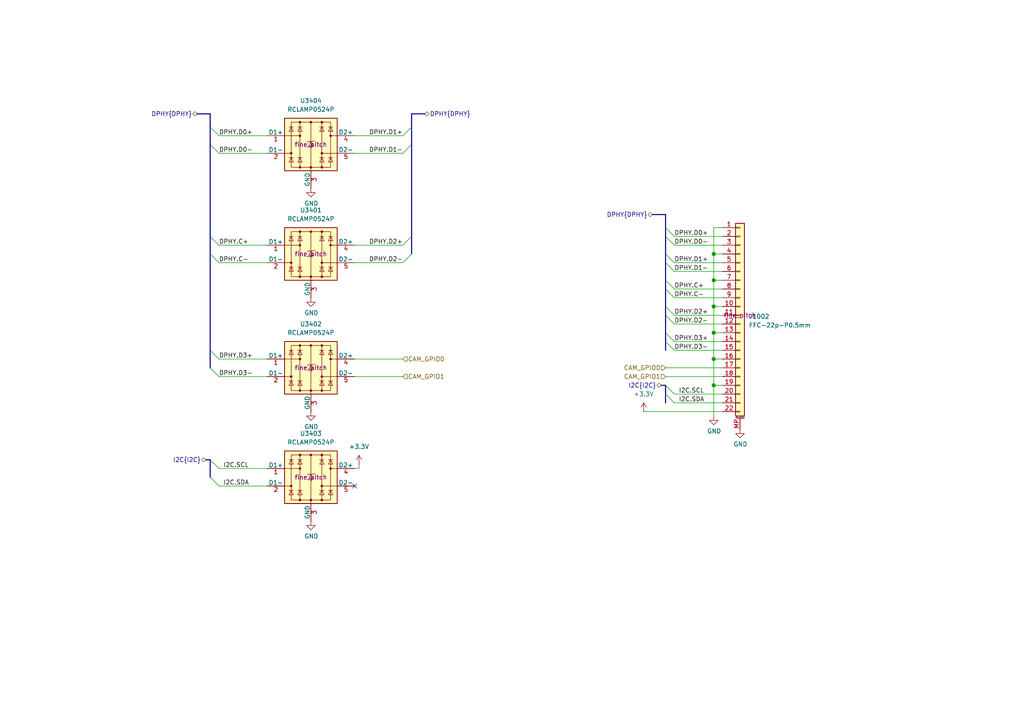
<source format=kicad_sch>
(kicad_sch (version 20250114) (generator "eeschema") (generator_version "9.0")
  (paper "A4")
  (title_block (title "HALPI2") (date "2025-01-26") (rev "v0.0.1") (company "Hat Labs Oy") (comment 1 "https://ohwr.org/cern_ohl_s_v2.pdf") (comment 2 "To view a copy of this license, visit ") (comment 3 "HALPI2 is licensed under CERN-OHL-S v2."))
  (lib_symbols
    (symbol "Connector_Generic_MountingPin:Conn_01x22_MountingPin" (pin_names (offset 1.016) (hide yes))
      (property "Reference" "J" (at 0 27.94 0))
      (property "Value" "Conn_01x22_MountingPin" (at 1.27 -30.48 0))
      (symbol "Conn_01x22_MountingPin_1_1"
        (rectangle (start -1.27 26.67) (end 1.27 -29.21) (stroke (width 0.254)) (fill (type background)))
        (rectangle (start -1.27 25.527) (end 0 25.273) (stroke (width 0.1524)))
        (rectangle (start -1.27 22.987) (end 0 22.733) (stroke (width 0.1524)))
        (rectangle (start -1.27 20.447) (end 0 20.193) (stroke (width 0.1524)))
        (rectangle (start -1.27 17.907) (end 0 17.653) (stroke (width 0.1524)))
        (rectangle (start -1.27 15.367) (end 0 15.113) (stroke (width 0.1524)))
        (rectangle (start -1.27 12.827) (end 0 12.573) (stroke (width 0.1524)))
        (rectangle (start -1.27 10.287) (end 0 10.033) (stroke (width 0.1524)))
        (rectangle (start -1.27 7.747) (end 0 7.493) (stroke (width 0.1524)))
        (rectangle (start -1.27 5.207) (end 0 4.953) (stroke (width 0.1524)))
        (rectangle (start -1.27 2.667) (end 0 2.413) (stroke (width 0.1524)))
        (rectangle (start -1.27 0.127) (end 0 -0.127) (stroke (width 0.1524)))
        (rectangle (start -1.27 -2.413) (end 0 -2.667) (stroke (width 0.1524)))
        (rectangle (start -1.27 -4.953) (end 0 -5.207) (stroke (width 0.1524)))
        (rectangle (start -1.27 -7.493) (end 0 -7.747) (stroke (width 0.1524)))
        (rectangle (start -1.27 -10.033) (end 0 -10.287) (stroke (width 0.1524)))
        (rectangle (start -1.27 -12.573) (end 0 -12.827) (stroke (width 0.1524)))
        (rectangle (start -1.27 -15.113) (end 0 -15.367) (stroke (width 0.1524)))
        (rectangle (start -1.27 -17.653) (end 0 -17.907) (stroke (width 0.1524)))
        (rectangle (start -1.27 -20.193) (end 0 -20.447) (stroke (width 0.1524)))
        (rectangle (start -1.27 -22.733) (end 0 -22.987) (stroke (width 0.1524)))
        (rectangle (start -1.27 -25.273) (end 0 -25.527) (stroke (width 0.1524)))
        (rectangle (start -1.27 -27.813) (end 0 -28.067) (stroke (width 0.1524)))
        (polyline (pts (xy -1.016 -29.972) (xy 1.016 -29.972)) (stroke (width 0.1524)))
        (text "Mounting" (at 0 -29.591 0) (effects (font (size 0.381 0.381))))
        (pin passive line (at -5.08 25.4 0) (length 3.81) (name "Pin_1") (number "1"))
        (pin passive line (at -5.08 22.86 0) (length 3.81) (name "Pin_2") (number "2"))
        (pin passive line (at -5.08 20.32 0) (length 3.81) (name "Pin_3") (number "3"))
        (pin passive line (at -5.08 17.78 0) (length 3.81) (name "Pin_4") (number "4"))
        (pin passive line (at -5.08 15.24 0) (length 3.81) (name "Pin_5") (number "5"))
        (pin passive line (at -5.08 12.7 0) (length 3.81) (name "Pin_6") (number "6"))
        (pin passive line (at -5.08 10.16 0) (length 3.81) (name "Pin_7") (number "7"))
        (pin passive line (at -5.08 7.62 0) (length 3.81) (name "Pin_8") (number "8"))
        (pin passive line (at -5.08 5.08 0) (length 3.81) (name "Pin_9") (number "9"))
        (pin passive line (at -5.08 2.54 0) (length 3.81) (name "Pin_10") (number "10"))
        (pin passive line (at -5.08 0 0) (length 3.81) (name "Pin_11") (number "11"))
        (pin passive line (at -5.08 -2.54 0) (length 3.81) (name "Pin_12") (number "12"))
        (pin passive line (at -5.08 -5.08 0) (length 3.81) (name "Pin_13") (number "13"))
        (pin passive line (at -5.08 -7.62 0) (length 3.81) (name "Pin_14") (number "14"))
        (pin passive line (at -5.08 -10.16 0) (length 3.81) (name "Pin_15") (number "15"))
        (pin passive line (at -5.08 -12.7 0) (length 3.81) (name "Pin_16") (number "16"))
        (pin passive line (at -5.08 -15.24 0) (length 3.81) (name "Pin_17") (number "17"))
        (pin passive line (at -5.08 -17.78 0) (length 3.81) (name "Pin_18") (number "18"))
        (pin passive line (at -5.08 -20.32 0) (length 3.81) (name "Pin_19") (number "19"))
        (pin passive line (at -5.08 -22.86 0) (length 3.81) (name "Pin_20") (number "20"))
        (pin passive line (at -5.08 -25.4 0) (length 3.81) (name "Pin_21") (number "21"))
        (pin passive line (at -5.08 -27.94 0) (length 3.81) (name "Pin_22") (number "22"))
        (pin passive line (at 0 -33.02 90) (length 3.048) (name "MountPin") (number "MP"))
      )
    )
    (symbol "Power_Protection:TPD4EUSB30_1" (pin_names (offset 0))
      (property "Reference" "U" (at -0.635 8.89 0))
      (property "Value" "TPD4EUSB30" (at 8.89 -10.16 0))
      (symbol "TPD4EUSB30_1_0_0"
        (rectangle (start -5.715 6.477) (end 5.715 -6.604))
        (polyline (pts (xy -3.175 -6.604) (xy -3.175 6.477)))
        (polyline (pts (xy 0 6.477) (xy 0 -6.604)))
        (polyline (pts (xy 3.175 6.477) (xy 3.175 -6.604)))
      )
      (symbol "TPD4EUSB30_1_0_1"
        (polyline (pts (xy -7.747 2.54) (xy -3.175 2.54)))
        (rectangle (start -7.62 7.62) (end 7.62 -7.62) (stroke (width 0.254)) (fill (type background)))
        (polyline (pts (xy -7.62 -2.54) (xy -5.715 -2.54)))
        (circle (center -5.715 -2.54) (radius 0.2794) (fill (type outline)))
        (polyline (pts (xy -5.08 5.08) (xy -6.35 5.08)))
        (polyline (pts (xy -5.08 3.81) (xy -6.35 3.81) (xy -5.715 5.08) (xy -5.08 3.81)))
        (polyline (pts (xy -5.08 -3.81) (xy -6.35 -3.81)))
        (polyline (pts (xy -5.08 -5.08) (xy -6.35 -5.08) (xy -5.715 -3.81) (xy -5.08 -5.08)))
        (circle (center -3.175 6.477) (radius 0.2794) (fill (type outline)))
        (circle (center -3.175 2.54) (radius 0.2794) (fill (type outline)))
        (circle (center -3.175 -6.604) (radius 0.2794) (fill (type outline)))
        (polyline (pts (xy -2.54 5.08) (xy -3.81 5.08)))
        (polyline (pts (xy -2.54 3.81) (xy -3.81 3.81) (xy -3.175 5.08) (xy -2.54 3.81)))
        (polyline (pts (xy -2.54 -3.81) (xy -3.81 -3.81)))
        (polyline (pts (xy -2.54 -5.08) (xy -3.81 -5.08) (xy -3.175 -3.81) (xy -2.54 -5.08)))
        (polyline (pts (xy -0.635 0.889) (xy -1.016 0.635)))
        (circle (center 0 6.477) (radius 0.2794) (fill (type outline)))
        (polyline (pts (xy 0 -6.604) (xy 0 -7.62)))
        (circle (center 0 -6.604) (radius 0.2794) (fill (type outline)))
        (polyline (pts (xy 0.635 0.889) (xy 1.016 1.143)))
        (polyline (pts (xy 0.635 0.889) (xy -0.635 0.889)))
        (polyline (pts (xy 0.635 -0.381) (xy -0.635 -0.381) (xy 0 0.889) (xy 0.635 -0.381)))
        (circle (center 3.175 6.477) (radius 0.2794) (fill (type outline)))
        (circle (center 3.175 -2.54) (radius 0.2794) (fill (type outline)))
        (circle (center 3.175 -6.604) (radius 0.2794) (fill (type outline)))
        (polyline (pts (xy 3.81 5.08) (xy 2.54 5.08)))
        (polyline (pts (xy 3.81 3.81) (xy 2.54 3.81) (xy 3.175 5.08) (xy 3.81 3.81)))
        (polyline (pts (xy 3.81 -3.81) (xy 2.54 -3.81)))
        (polyline (pts (xy 3.81 -5.08) (xy 2.54 -5.08) (xy 3.175 -3.81) (xy 3.81 -5.08)))
        (circle (center 5.715 2.54) (radius 0.2794) (fill (type outline)))
        (polyline (pts (xy 6.35 5.08) (xy 5.08 5.08)))
        (polyline (pts (xy 6.35 3.81) (xy 5.08 3.81) (xy 5.715 5.08) (xy 6.35 3.81)))
        (polyline (pts (xy 6.35 -3.81) (xy 5.08 -3.81)))
        (polyline (pts (xy 6.35 -5.08) (xy 5.08 -5.08) (xy 5.715 -3.81) (xy 6.35 -5.08)))
        (polyline (pts (xy 7.62 2.54) (xy 5.715 2.54)))
        (polyline (pts (xy 7.62 -2.54) (xy 3.175 -2.54)))
      )
      (symbol "TPD4EUSB30_1_1_1"
        (pin passive line (at -12.7 2.54 0) (length 5.08) (name "D1+") (number "1"))
        (pin passive line (at -12.7 2.54 0) (length 5.08) (hide yes) (name "D1+") (number "10"))
        (pin passive line (at -12.7 -2.54 0) (length 5.08) (name "D1-") (number "2"))
        (pin passive line (at -12.7 -2.54 0) (length 5.08) (hide yes) (name "D1-") (number "9"))
        (pin power_in line (at 0 -12.7 90) (length 5.08) (name "GND") (number "3"))
        (pin passive line (at 0 -12.7 90) (length 5.08) (hide yes) (name "GND") (number "8"))
        (pin passive line (at 12.7 2.54 180) (length 5.08) (name "D2+") (number "4"))
        (pin passive line (at 12.7 2.54 180) (length 5.08) (hide yes) (name "D2+") (number "7"))
        (pin passive line (at 12.7 -2.54 180) (length 5.08) (name "D2-") (number "5"))
        (pin passive line (at 12.7 -2.54 180) (length 5.08) (hide yes) (name "D2-") (number "6"))
      )
    )
    (symbol "power:+3.3V" (power) (pin_numbers (hide yes)) (pin_names (offset 0) (hide yes))
      (property "Value" "+3.3V" (at 0 3.556 0))
      (symbol "+3.3V_0_1"
        (polyline (pts (xy -0.762 1.27) (xy 0 2.54)))
        (polyline (pts (xy 0 2.54) (xy 0.762 1.27)))
        (polyline (pts (xy 0 0) (xy 0 2.54)))
      )
      (symbol "+3.3V_1_1"
        (pin power_in line (at 0 0 90) (length 0) (name "~") (number "1"))
      )
    )
    (symbol "power:GND" (power) (pin_numbers (hide yes)) (pin_names (offset 0) (hide yes))
      (property "Value" "GND" (at 0 -3.81 0))
      (symbol "GND_0_1"
        (polyline (pts (xy 0 0) (xy 0 -1.27) (xy 1.27 -1.27) (xy 0 -2.54) (xy -1.27 -1.27) (xy 0 -1.27)))
      )
      (symbol "GND_1_1"
        (pin power_in line (at 0 0 270) (length 0) (name "~") (number "1"))
      )
    )
  )
  (junction (at 207.01 81.28) (diameter 1.016))
  (junction (at 207.01 88.9) (diameter 1.016))
  (junction (at 207.01 104.14) (diameter 1.016))
  (junction (at 207.01 96.52) (diameter 1.016))
  (junction (at 207.01 73.66) (diameter 1.016))
  (junction (at 207.01 111.76) (diameter 1.016))
  (no_connect (at 102.87 140.97))
  (bus_entry (at 60.96 41.91) (size 2.54 2.54))
  (bus_entry (at 193.04 111.76) (size 2.54 2.54))
  (bus_entry (at 193.04 99.06) (size 2.54 2.54))
  (bus_entry (at 193.04 96.52) (size 2.54 2.54))
  (bus_entry (at 193.04 91.44) (size 2.54 2.54))
  (bus_entry (at 193.04 83.82) (size 2.54 2.54))
  (bus_entry (at 60.96 138.43) (size 2.54 2.54))
  (bus_entry (at 60.96 36.83) (size 2.54 2.54))
  (bus_entry (at 193.04 73.66) (size 2.54 2.54))
  (bus_entry (at 119.38 68.58) (size -2.54 2.54))
  (bus_entry (at 119.38 41.91) (size -2.54 2.54))
  (bus_entry (at 193.04 81.28) (size 2.54 2.54))
  (bus_entry (at 193.04 114.3) (size 2.54 2.54))
  (bus_entry (at 60.96 68.58) (size 2.54 2.54))
  (bus_entry (at 193.04 76.2) (size 2.54 2.54))
  (bus_entry (at 60.96 133.35) (size 2.54 2.54))
  (bus_entry (at 119.38 73.66) (size -2.54 2.54))
  (bus_entry (at 119.38 36.83) (size -2.54 2.54))
  (bus_entry (at 193.04 68.58) (size 2.54 2.54))
  (bus_entry (at 193.04 88.9) (size 2.54 2.54))
  (bus_entry (at 60.96 73.66) (size 2.54 2.54))
  (bus_entry (at 60.96 106.68) (size 2.54 2.54))
  (bus_entry (at 60.96 101.6) (size 2.54 2.54))
  (bus_entry (at 193.04 66.04) (size 2.54 2.54))
  (wire (pts (xy 63.5 44.45) (xy 77.47 44.45)))
  (wire (pts (xy 195.58 91.44) (xy 209.55 91.44)))
  (bus (pts (xy 59.69 133.35) (xy 60.96 133.35)))
  (wire (pts (xy 193.04 109.22) (xy 209.55 109.22)))
  (wire (pts (xy 63.5 135.89) (xy 77.47 135.89)))
  (wire (pts (xy 207.01 104.14) (xy 209.55 104.14)))
  (bus (pts (xy 193.04 73.66) (xy 193.04 76.2)))
  (wire (pts (xy 63.5 76.2) (xy 77.47 76.2)))
  (wire (pts (xy 63.5 104.14) (xy 77.47 104.14)))
  (wire (pts (xy 195.58 78.74) (xy 209.55 78.74)))
  (bus (pts (xy 60.96 33.02) (xy 57.15 33.02)))
  (bus (pts (xy 60.96 33.02) (xy 60.96 36.83)))
  (wire (pts (xy 195.58 71.12) (xy 209.55 71.12)))
  (wire (pts (xy 63.5 39.37) (xy 77.47 39.37)))
  (bus (pts (xy 60.96 133.35) (xy 60.96 138.43)))
  (wire (pts (xy 195.58 76.2) (xy 209.55 76.2)))
  (wire (pts (xy 193.04 106.68) (xy 209.55 106.68)))
  (wire (pts (xy 63.5 109.22) (xy 77.47 109.22)))
  (wire (pts (xy 116.84 76.2) (xy 102.87 76.2)))
  (wire (pts (xy 207.01 104.14) (xy 207.01 111.76)))
  (wire (pts (xy 207.01 88.9) (xy 207.01 96.52)))
  (bus (pts (xy 119.38 41.91) (xy 119.38 68.58)))
  (wire (pts (xy 209.55 66.04) (xy 207.01 66.04)))
  (bus (pts (xy 60.96 41.91) (xy 60.96 68.58)))
  (wire (pts (xy 63.5 140.97) (xy 77.47 140.97)))
  (bus (pts (xy 119.38 33.02) (xy 119.38 36.83)))
  (bus (pts (xy 119.38 36.83) (xy 119.38 41.91)))
  (bus (pts (xy 119.38 68.58) (xy 119.38 73.66)))
  (bus (pts (xy 60.96 36.83) (xy 60.96 41.91)))
  (bus (pts (xy 60.96 68.58) (xy 60.96 73.66)))
  (bus (pts (xy 193.04 66.04) (xy 193.04 68.58)))
  (wire (pts (xy 207.01 73.66) (xy 207.01 81.28)))
  (wire (pts (xy 116.84 39.37) (xy 102.87 39.37)))
  (wire (pts (xy 116.84 71.12) (xy 102.87 71.12)))
  (wire (pts (xy 207.01 73.66) (xy 209.55 73.66)))
  (bus (pts (xy 193.04 68.58) (xy 193.04 73.66)))
  (wire (pts (xy 207.01 111.76) (xy 209.55 111.76)))
  (wire (pts (xy 207.01 96.52) (xy 209.55 96.52)))
  (wire (pts (xy 195.58 99.06) (xy 209.55 99.06)))
  (bus (pts (xy 193.04 91.44) (xy 193.04 96.52)))
  (bus (pts (xy 119.38 33.02) (xy 123.19 33.02)))
  (wire (pts (xy 209.55 119.38) (xy 186.69 119.38)))
  (wire (pts (xy 207.01 88.9) (xy 209.55 88.9)))
  (wire (pts (xy 207.01 81.28) (xy 207.01 88.9)))
  (wire (pts (xy 195.58 101.6) (xy 209.55 101.6)))
  (wire (pts (xy 195.58 93.98) (xy 209.55 93.98)))
  (wire (pts (xy 195.58 86.36) (xy 209.55 86.36)))
  (bus (pts (xy 193.04 62.23) (xy 189.23 62.23)))
  (wire (pts (xy 116.84 44.45) (xy 102.87 44.45)))
  (bus (pts (xy 193.04 88.9) (xy 193.04 91.44)))
  (wire (pts (xy 195.58 114.3) (xy 209.55 114.3)))
  (wire (pts (xy 207.01 66.04) (xy 207.01 73.66)))
  (bus (pts (xy 193.04 81.28) (xy 193.04 83.82)))
  (wire (pts (xy 195.58 68.58) (xy 209.55 68.58)))
  (wire (pts (xy 116.84 104.14) (xy 102.87 104.14)))
  (bus (pts (xy 193.04 83.82) (xy 193.04 88.9)))
  (wire (pts (xy 116.84 109.22) (xy 102.87 109.22)))
  (bus (pts (xy 193.04 116.84) (xy 193.04 114.3)))
  (bus (pts (xy 193.04 114.3) (xy 193.04 111.76)))
  (bus (pts (xy 191.77 111.76) (xy 193.04 111.76)))
  (wire (pts (xy 195.58 83.82) (xy 209.55 83.82)))
  (bus (pts (xy 60.96 73.66) (xy 60.96 101.6)))
  (bus (pts (xy 193.04 62.23) (xy 193.04 66.04)))
  (wire (pts (xy 195.58 116.84) (xy 209.55 116.84)))
  (wire (pts (xy 63.5 71.12) (xy 77.47 71.12)))
  (wire (pts (xy 207.01 81.28) (xy 209.55 81.28)))
  (bus (pts (xy 193.04 76.2) (xy 193.04 81.28)))
  (wire (pts (xy 104.14 135.89) (xy 104.14 134.62)))
  (bus (pts (xy 193.04 96.52) (xy 193.04 99.06)))
  (bus (pts (xy 60.96 101.6) (xy 60.96 106.68)))
  (wire (pts (xy 207.01 111.76) (xy 207.01 120.65)))
  (bus (pts (xy 193.04 99.06) (xy 193.04 101.6)))
  (wire (pts (xy 207.01 96.52) (xy 207.01 104.14)))
  (wire (pts (xy 102.87 135.89) (xy 104.14 135.89)))
  (label "DPHY.D1+" (at 195.58 76.2 0))
  (label "DPHY.D1-" (at 116.84 44.45 180))
  (label "DPHY.D2+" (at 116.84 71.12 180))
  (label "DPHY.D3-" (at 63.5 109.22 0))
  (label "DPHY.C-" (at 195.58 86.36 0))
  (label "I2C.SCL" (at 196.85 114.3 0))
  (label "DPHY.C-" (at 63.5 76.2 0))
  (label "DPHY.C+" (at 63.5 71.12 0))
  (label "I2C.SDA" (at 64.77 140.97 0))
  (label "DPHY.D0-" (at 63.5 44.45 0))
  (label "DPHY.D1+" (at 116.84 39.37 180))
  (label "DPHY.D3+" (at 63.5 104.14 0))
  (label "I2C.SDA" (at 196.85 116.84 0))
  (label "DPHY.D3-" (at 195.58 101.6 0))
  (label "DPHY.D0+" (at 63.5 39.37 0))
  (label "DPHY.D2-" (at 195.58 93.98 0))
  (label "DPHY.D2-" (at 116.84 76.2 180))
  (label "DPHY.D1-" (at 195.58 78.74 0))
  (label "DPHY.D3+" (at 195.58 99.06 0))
  (label "DPHY.C+" (at 195.58 83.82 0))
  (label "DPHY.D0-" (at 195.58 71.12 0))
  (label "DPHY.D2+" (at 195.58 91.44 0))
  (label "I2C.SCL" (at 64.77 135.89 0))
  (label "DPHY.D0+" (at 195.58 68.58 0))
  (hierarchical_label "I2C{I2C}" (shape bidirectional) (at 59.69 133.35 180))
  (hierarchical_label "I2C{I2C}" (shape bidirectional) (at 191.77 111.76 180))
  (hierarchical_label "CAM_GPIO1" (shape input) (at 193.04 109.22 180))
  (hierarchical_label "DPHY{DPHY}" (shape bidirectional) (at 57.15 33.02 180))
  (hierarchical_label "CAM_GPIO1" (shape input) (at 116.84 109.22 0))
  (hierarchical_label "DPHY{DPHY}" (shape bidirectional) (at 123.19 33.02 0))
  (hierarchical_label "CAM_GPIO0" (shape input) (at 116.84 104.14 0))
  (hierarchical_label "DPHY{DPHY}" (shape bidirectional) (at 189.23 62.23 180))
  (hierarchical_label "CAM_GPIO0" (shape input) (at 193.04 106.68 180))
  (symbol (lib_id "power:GND") (at 207.01 120.65 0) (unit 1)
    (property "Reference" "#PWR01014" (effects (hide yes)))
    (property "Value" "GND" (at 207.137 125.0442 0))
    (property "Description" "Power symbol creates a global label with name \"GND\" , ground" (effects (hide yes)))
    (instances (project "HALPI2" (path "" (reference "#PWR03402") (unit 1)) (path "" (reference "#PWR01014") (unit 1))))
  )
  (symbol (lib_id "power:GND") (at 90.17 86.36 0) (unit 1)
    (property "Reference" "#PWR01010" (effects (hide yes)))
    (property "Value" "GND" (at 90.297 90.7542 0))
    (property "Description" "Power symbol creates a global label with name \"GND\" , ground" (effects (hide yes)))
    (instances (project "HALPI2" (path "" (reference "#PWR03405") (unit 1)) (path "" (reference "#PWR01010") (unit 1))))
  )
  (symbol (lib_id "power:GND") (at 90.17 54.61 0) (unit 1)
    (property "Reference" "#PWR01009" (effects (hide yes)))
    (property "Value" "GND" (at 90.297 59.0042 0))
    (property "Description" "Power symbol creates a global label with name \"GND\" , ground" (effects (hide yes)))
    (instances (project "HALPI2" (path "" (reference "#PWR03404") (unit 1)) (path "" (reference "#PWR01009") (unit 1))))
  )
  (symbol (lib_name "Power_Protection:TPD4EUSB30_1") (lib_id "Yellow:TPD4EUSB30") (at 90.17 138.43 0) (unit 1)
    (property "Reference" "U1005" (at 90.17 125.73 0))
    (property "Value" "RCLAMP0524P" (at 90.17 128.27 0))
    (property "Footprint" "Package_SON:USON-10_2.5x1.0mm_P0.5mm" (effects (hide yes)))
    (property "LCSC" "C907837" (effects (hide yes)))
    (property "Component Class" "fine_pitch" (at 90.17 138.43 0))
    (instances (project "HALPI2" (path "" (reference "U3403") (unit 1)) (path "" (reference "U1005") (unit 1))))
  )
  (symbol (lib_id "power:+3.3V") (at 104.14 134.62 0) (unit 1)
    (property "Reference" "#PWR01013" (effects (hide yes)))
    (property "Value" "+3.3V" (at 104.14 129.54 0))
    (property "Description" "Power symbol creates a global label with name \"+3.3V\"" (effects (hide yes)))
    (instances (project "HALPI2" (path "" (reference "#PWR01017") (unit 1)) (path "" (reference "#PWR01013") (unit 1))))
  )
  (symbol (lib_name "Power_Protection:TPD4EUSB30_1") (lib_id "Yellow:TPD4EUSB30") (at 90.17 73.66 0) (unit 1)
    (property "Reference" "U1003" (at 90.17 60.96 0))
    (property "Value" "RCLAMP0524P" (at 90.17 63.5 0))
    (property "Footprint" "Package_SON:USON-10_2.5x1.0mm_P0.5mm" (effects (hide yes)))
    (property "LCSC" "C907837" (effects (hide yes)))
    (property "Component Class" "fine_pitch" (at 90.17 73.66 0))
    (instances (project "HALPI2" (path "" (reference "U3401") (unit 1)) (path "" (reference "U1003") (unit 1))))
  )
  (symbol (lib_id "power:GND") (at 90.17 119.38 0) (unit 1)
    (property "Reference" "#PWR01011" (effects (hide yes)))
    (property "Value" "GND" (at 90.297 123.7742 0))
    (property "Description" "Power symbol creates a global label with name \"GND\" , ground" (effects (hide yes)))
    (instances (project "HALPI2" (path "" (reference "#PWR03406") (unit 1)) (path "" (reference "#PWR01011") (unit 1))))
  )
  (symbol (lib_id "power:GND") (at 90.17 151.13 0) (unit 1)
    (property "Reference" "#PWR01012" (effects (hide yes)))
    (property "Value" "GND" (at 90.297 155.5242 0))
    (property "Description" "Power symbol creates a global label with name \"GND\" , ground" (effects (hide yes)))
    (instances (project "HALPI2" (path "" (reference "#PWR03407") (unit 1)) (path "" (reference "#PWR01012") (unit 1))))
  )
  (symbol (lib_name "Power_Protection:TPD4EUSB30_1") (lib_id "Yellow:TPD4EUSB30") (at 90.17 41.91 0) (unit 1)
    (property "Reference" "U1002" (at 90.17 29.21 0))
    (property "Value" "RCLAMP0524P" (at 90.17 31.75 0))
    (property "Footprint" "Package_SON:USON-10_2.5x1.0mm_P0.5mm" (effects (hide yes)))
    (property "LCSC" "C907837" (effects (hide yes)))
    (property "Component Class" "fine_pitch" (at 90.17 41.91 0))
    (instances (project "HALPI2" (path "" (reference "U3404") (unit 1)) (path "" (reference "U1002") (unit 1))))
  )
  (symbol (lib_id "power:GND") (at 214.63 124.46 0) (unit 1)
    (property "Reference" "#PWR01015" (effects (hide yes)))
    (property "Value" "GND" (at 214.757 128.8542 0))
    (property "Description" "Power symbol creates a global label with name \"GND\" , ground" (effects (hide yes)))
    (instances (project "HALPI2" (path "" (reference "#PWR03403") (unit 1)) (path "" (reference "#PWR01015") (unit 1))))
  )
  (symbol (lib_id "Connector_Generic_MountingPin:Conn_01x22_MountingPin") (at 214.63 91.44 0) (unit 1)
    (property "Reference" "J1002" (at 217.17 91.7955 0) (effects (justify left)))
    (property "Value" "FFC-22p-P0.5mm" (at 217.17 94.3355 0) (effects (justify left)))
    (property "Footprint" "Hatlabs:FFC_HDGC_0.5K-A-22PB_1x22-1SV_P0.5mm_Vertical" (effects (hide yes)))
    (property "Description" "Generic connectable mounting pin connector, single row, 01x22, script generated (kicad-library-utils/schlib/autogen/connector/)" (effects (hide yes)))
    (property "LCSC" "C2914146" (effects (hide yes)))
    (property "Component Class" "fine_pitch" (at 214.63 91.44 0))
    (instances (project "" (path "" (reference "J1002") (unit 1)) (path "" (reference "J3401") (unit 1)) (path "" (reference "J1002") (unit 1))))
  )
  (symbol (lib_name "Power_Protection:TPD4EUSB30_1") (lib_id "Yellow:TPD4EUSB30") (at 90.17 106.68 0) (unit 1)
    (property "Reference" "U1004" (at 90.17 93.98 0))
    (property "Value" "RCLAMP0524P" (at 90.17 96.52 0))
    (property "Footprint" "Package_SON:USON-10_2.5x1.0mm_P0.5mm" (effects (hide yes)))
    (property "LCSC" "C907837" (effects (hide yes)))
    (property "Component Class" "fine_pitch" (at 90.17 106.68 0))
    (instances (project "HALPI2" (path "" (reference "U3402") (unit 1)) (path "" (reference "U1004") (unit 1))))
  )
  (symbol (lib_id "power:+3.3V") (at 186.69 119.38 0) (unit 1)
    (property "Reference" "#PWR01003" (effects (hide yes)))
    (property "Value" "+3.3V" (at 186.69 114.3 0))
    (property "Description" "Power symbol creates a global label with name \"+3.3V\"" (effects (hide yes)))
    (instances (project "" (path "" (reference "#PWR03408") (unit 1)) (path "" (reference "#PWR01003") (unit 1))))
  )
)
</source>
